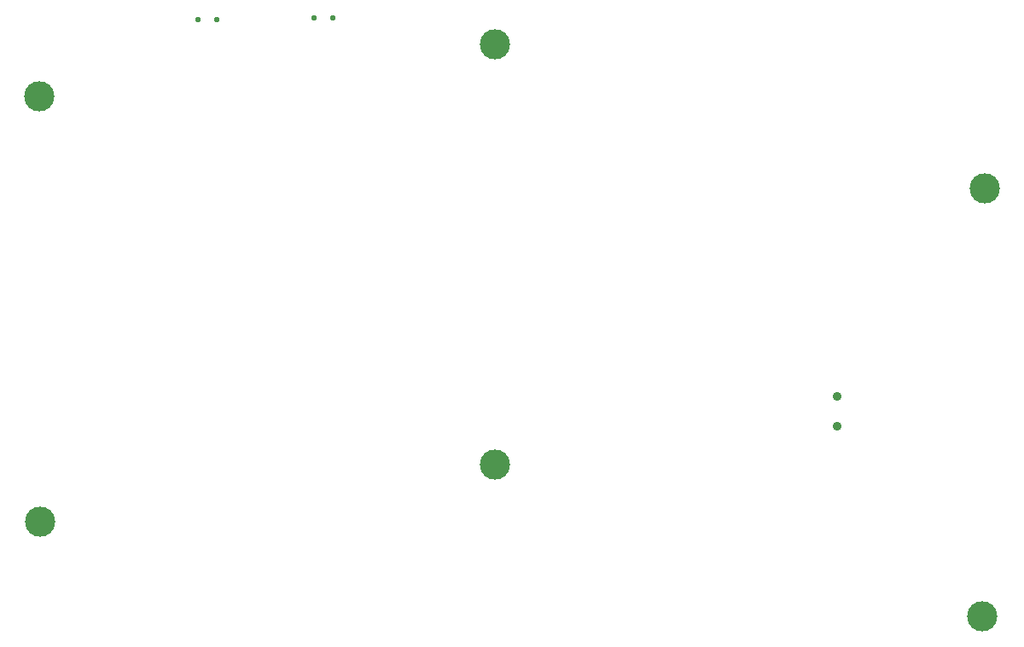
<source format=gbr>
%TF.GenerationSoftware,KiCad,Pcbnew,(5.0.0-rc2-206-gf10aa6c85)*%
%TF.CreationDate,2018-07-15T18:36:14+01:00*%
%TF.ProjectId,Pride Badge,50726964652042616467652E6B696361,rev?*%
%TF.SameCoordinates,Original*%
%TF.FileFunction,NonPlated,1,2,NPTH,Drill*%
%TF.FilePolarity,Positive*%
%FSLAX46Y46*%
G04 Gerber Fmt 4.6, Leading zero omitted, Abs format (unit mm)*
G04 Created by KiCad (PCBNEW (5.0.0-rc2-206-gf10aa6c85)) date 07/15/18 18:36:14*
%MOMM*%
%LPD*%
G01*
G04 APERTURE LIST*
%TA.AperFunction,ComponentDrill*%
%ADD10C,0.550000*%
%TD*%
%TA.AperFunction,ComponentDrill*%
%ADD11C,0.900000*%
%TD*%
%TA.AperFunction,ComponentDrill*%
%ADD12C,3.000000*%
%TD*%
G04 APERTURE END LIST*
D10*
%TO.C,SW5*%
X93100000Y-57650000D03*
X95000000Y-57650000D03*
%TO.C,SW4*%
X81600000Y-57800000D03*
X83500000Y-57800000D03*
D11*
%TO.C,SW7*%
X145005001Y-95224999D03*
X145005001Y-98224999D03*
D12*
%TO.C,REF\002A\002A*%
X159450000Y-117100000D03*
X111100000Y-60300000D03*
X66000000Y-107700000D03*
X159700000Y-74600000D03*
X65900000Y-65400000D03*
X111100000Y-102050000D03*
M02*

</source>
